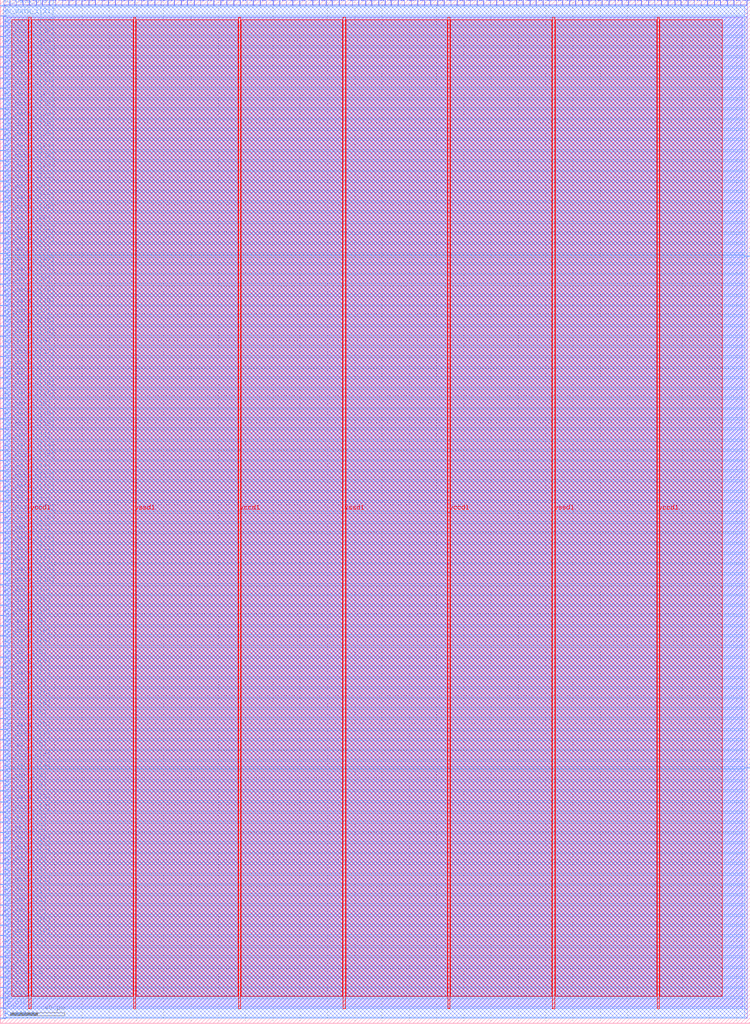
<source format=lef>
VERSION 5.7 ;
  NOWIREEXTENSIONATPIN ON ;
  DIVIDERCHAR "/" ;
  BUSBITCHARS "[]" ;
MACRO Peripherals
  CLASS BLOCK ;
  FOREIGN Peripherals ;
  ORIGIN 0.000 0.000 ;
  SIZE 550.000 BY 750.000 ;
  PIN io_in[0]
    DIRECTION INPUT ;
    USE SIGNAL ;
    PORT
      LAYER met2 ;
        RECT 2.390 746.000 2.670 750.000 ;
    END
  END io_in[0]
  PIN io_in[10]
    DIRECTION INPUT ;
    USE SIGNAL ;
    PORT
      LAYER met2 ;
        RECT 146.830 746.000 147.110 750.000 ;
    END
  END io_in[10]
  PIN io_in[11]
    DIRECTION INPUT ;
    USE SIGNAL ;
    PORT
      LAYER met2 ;
        RECT 161.550 746.000 161.830 750.000 ;
    END
  END io_in[11]
  PIN io_in[12]
    DIRECTION INPUT ;
    USE SIGNAL ;
    PORT
      LAYER met2 ;
        RECT 175.810 746.000 176.090 750.000 ;
    END
  END io_in[12]
  PIN io_in[13]
    DIRECTION INPUT ;
    USE SIGNAL ;
    PORT
      LAYER met2 ;
        RECT 190.530 746.000 190.810 750.000 ;
    END
  END io_in[13]
  PIN io_in[14]
    DIRECTION INPUT ;
    USE SIGNAL ;
    PORT
      LAYER met2 ;
        RECT 204.790 746.000 205.070 750.000 ;
    END
  END io_in[14]
  PIN io_in[15]
    DIRECTION INPUT ;
    USE SIGNAL ;
    PORT
      LAYER met2 ;
        RECT 219.510 746.000 219.790 750.000 ;
    END
  END io_in[15]
  PIN io_in[16]
    DIRECTION INPUT ;
    USE SIGNAL ;
    PORT
      LAYER met2 ;
        RECT 233.770 746.000 234.050 750.000 ;
    END
  END io_in[16]
  PIN io_in[17]
    DIRECTION INPUT ;
    USE SIGNAL ;
    PORT
      LAYER met2 ;
        RECT 248.490 746.000 248.770 750.000 ;
    END
  END io_in[17]
  PIN io_in[18]
    DIRECTION INPUT ;
    USE SIGNAL ;
    PORT
      LAYER met2 ;
        RECT 262.750 746.000 263.030 750.000 ;
    END
  END io_in[18]
  PIN io_in[19]
    DIRECTION INPUT ;
    USE SIGNAL ;
    PORT
      LAYER met2 ;
        RECT 277.470 746.000 277.750 750.000 ;
    END
  END io_in[19]
  PIN io_in[1]
    DIRECTION INPUT ;
    USE SIGNAL ;
    PORT
      LAYER met2 ;
        RECT 16.650 746.000 16.930 750.000 ;
    END
  END io_in[1]
  PIN io_in[20]
    DIRECTION INPUT ;
    USE SIGNAL ;
    PORT
      LAYER met2 ;
        RECT 291.730 746.000 292.010 750.000 ;
    END
  END io_in[20]
  PIN io_in[21]
    DIRECTION INPUT ;
    USE SIGNAL ;
    PORT
      LAYER met2 ;
        RECT 305.990 746.000 306.270 750.000 ;
    END
  END io_in[21]
  PIN io_in[22]
    DIRECTION INPUT ;
    USE SIGNAL ;
    PORT
      LAYER met2 ;
        RECT 320.710 746.000 320.990 750.000 ;
    END
  END io_in[22]
  PIN io_in[23]
    DIRECTION INPUT ;
    USE SIGNAL ;
    PORT
      LAYER met2 ;
        RECT 334.970 746.000 335.250 750.000 ;
    END
  END io_in[23]
  PIN io_in[24]
    DIRECTION INPUT ;
    USE SIGNAL ;
    PORT
      LAYER met2 ;
        RECT 349.690 746.000 349.970 750.000 ;
    END
  END io_in[24]
  PIN io_in[25]
    DIRECTION INPUT ;
    USE SIGNAL ;
    PORT
      LAYER met2 ;
        RECT 363.950 746.000 364.230 750.000 ;
    END
  END io_in[25]
  PIN io_in[26]
    DIRECTION INPUT ;
    USE SIGNAL ;
    PORT
      LAYER met2 ;
        RECT 378.670 746.000 378.950 750.000 ;
    END
  END io_in[26]
  PIN io_in[27]
    DIRECTION INPUT ;
    USE SIGNAL ;
    PORT
      LAYER met2 ;
        RECT 392.930 746.000 393.210 750.000 ;
    END
  END io_in[27]
  PIN io_in[28]
    DIRECTION INPUT ;
    USE SIGNAL ;
    PORT
      LAYER met2 ;
        RECT 407.650 746.000 407.930 750.000 ;
    END
  END io_in[28]
  PIN io_in[29]
    DIRECTION INPUT ;
    USE SIGNAL ;
    PORT
      LAYER met2 ;
        RECT 421.910 746.000 422.190 750.000 ;
    END
  END io_in[29]
  PIN io_in[2]
    DIRECTION INPUT ;
    USE SIGNAL ;
    PORT
      LAYER met2 ;
        RECT 30.910 746.000 31.190 750.000 ;
    END
  END io_in[2]
  PIN io_in[30]
    DIRECTION INPUT ;
    USE SIGNAL ;
    PORT
      LAYER met2 ;
        RECT 436.630 746.000 436.910 750.000 ;
    END
  END io_in[30]
  PIN io_in[31]
    DIRECTION INPUT ;
    USE SIGNAL ;
    PORT
      LAYER met2 ;
        RECT 450.890 746.000 451.170 750.000 ;
    END
  END io_in[31]
  PIN io_in[32]
    DIRECTION INPUT ;
    USE SIGNAL ;
    PORT
      LAYER met2 ;
        RECT 465.610 746.000 465.890 750.000 ;
    END
  END io_in[32]
  PIN io_in[33]
    DIRECTION INPUT ;
    USE SIGNAL ;
    PORT
      LAYER met2 ;
        RECT 479.870 746.000 480.150 750.000 ;
    END
  END io_in[33]
  PIN io_in[34]
    DIRECTION INPUT ;
    USE SIGNAL ;
    PORT
      LAYER met2 ;
        RECT 494.590 746.000 494.870 750.000 ;
    END
  END io_in[34]
  PIN io_in[35]
    DIRECTION INPUT ;
    USE SIGNAL ;
    PORT
      LAYER met2 ;
        RECT 508.850 746.000 509.130 750.000 ;
    END
  END io_in[35]
  PIN io_in[36]
    DIRECTION INPUT ;
    USE SIGNAL ;
    PORT
      LAYER met2 ;
        RECT 523.570 746.000 523.850 750.000 ;
    END
  END io_in[36]
  PIN io_in[37]
    DIRECTION INPUT ;
    USE SIGNAL ;
    PORT
      LAYER met2 ;
        RECT 537.830 746.000 538.110 750.000 ;
    END
  END io_in[37]
  PIN io_in[3]
    DIRECTION INPUT ;
    USE SIGNAL ;
    PORT
      LAYER met2 ;
        RECT 45.630 746.000 45.910 750.000 ;
    END
  END io_in[3]
  PIN io_in[4]
    DIRECTION INPUT ;
    USE SIGNAL ;
    PORT
      LAYER met2 ;
        RECT 59.890 746.000 60.170 750.000 ;
    END
  END io_in[4]
  PIN io_in[5]
    DIRECTION INPUT ;
    USE SIGNAL ;
    PORT
      LAYER met2 ;
        RECT 74.610 746.000 74.890 750.000 ;
    END
  END io_in[5]
  PIN io_in[6]
    DIRECTION INPUT ;
    USE SIGNAL ;
    PORT
      LAYER met2 ;
        RECT 88.870 746.000 89.150 750.000 ;
    END
  END io_in[6]
  PIN io_in[7]
    DIRECTION INPUT ;
    USE SIGNAL ;
    PORT
      LAYER met2 ;
        RECT 103.590 746.000 103.870 750.000 ;
    END
  END io_in[7]
  PIN io_in[8]
    DIRECTION INPUT ;
    USE SIGNAL ;
    PORT
      LAYER met2 ;
        RECT 117.850 746.000 118.130 750.000 ;
    END
  END io_in[8]
  PIN io_in[9]
    DIRECTION INPUT ;
    USE SIGNAL ;
    PORT
      LAYER met2 ;
        RECT 132.570 746.000 132.850 750.000 ;
    END
  END io_in[9]
  PIN io_oeb[0]
    DIRECTION OUTPUT TRISTATE ;
    USE SIGNAL ;
    PORT
      LAYER met2 ;
        RECT 6.990 746.000 7.270 750.000 ;
    END
  END io_oeb[0]
  PIN io_oeb[10]
    DIRECTION OUTPUT TRISTATE ;
    USE SIGNAL ;
    PORT
      LAYER met2 ;
        RECT 151.890 746.000 152.170 750.000 ;
    END
  END io_oeb[10]
  PIN io_oeb[11]
    DIRECTION OUTPUT TRISTATE ;
    USE SIGNAL ;
    PORT
      LAYER met2 ;
        RECT 166.150 746.000 166.430 750.000 ;
    END
  END io_oeb[11]
  PIN io_oeb[12]
    DIRECTION OUTPUT TRISTATE ;
    USE SIGNAL ;
    PORT
      LAYER met2 ;
        RECT 180.870 746.000 181.150 750.000 ;
    END
  END io_oeb[12]
  PIN io_oeb[13]
    DIRECTION OUTPUT TRISTATE ;
    USE SIGNAL ;
    PORT
      LAYER met2 ;
        RECT 195.130 746.000 195.410 750.000 ;
    END
  END io_oeb[13]
  PIN io_oeb[14]
    DIRECTION OUTPUT TRISTATE ;
    USE SIGNAL ;
    PORT
      LAYER met2 ;
        RECT 209.850 746.000 210.130 750.000 ;
    END
  END io_oeb[14]
  PIN io_oeb[15]
    DIRECTION OUTPUT TRISTATE ;
    USE SIGNAL ;
    PORT
      LAYER met2 ;
        RECT 224.110 746.000 224.390 750.000 ;
    END
  END io_oeb[15]
  PIN io_oeb[16]
    DIRECTION OUTPUT TRISTATE ;
    USE SIGNAL ;
    PORT
      LAYER met2 ;
        RECT 238.830 746.000 239.110 750.000 ;
    END
  END io_oeb[16]
  PIN io_oeb[17]
    DIRECTION OUTPUT TRISTATE ;
    USE SIGNAL ;
    PORT
      LAYER met2 ;
        RECT 253.090 746.000 253.370 750.000 ;
    END
  END io_oeb[17]
  PIN io_oeb[18]
    DIRECTION OUTPUT TRISTATE ;
    USE SIGNAL ;
    PORT
      LAYER met2 ;
        RECT 267.810 746.000 268.090 750.000 ;
    END
  END io_oeb[18]
  PIN io_oeb[19]
    DIRECTION OUTPUT TRISTATE ;
    USE SIGNAL ;
    PORT
      LAYER met2 ;
        RECT 282.070 746.000 282.350 750.000 ;
    END
  END io_oeb[19]
  PIN io_oeb[1]
    DIRECTION OUTPUT TRISTATE ;
    USE SIGNAL ;
    PORT
      LAYER met2 ;
        RECT 21.250 746.000 21.530 750.000 ;
    END
  END io_oeb[1]
  PIN io_oeb[20]
    DIRECTION OUTPUT TRISTATE ;
    USE SIGNAL ;
    PORT
      LAYER met2 ;
        RECT 296.330 746.000 296.610 750.000 ;
    END
  END io_oeb[20]
  PIN io_oeb[21]
    DIRECTION OUTPUT TRISTATE ;
    USE SIGNAL ;
    PORT
      LAYER met2 ;
        RECT 311.050 746.000 311.330 750.000 ;
    END
  END io_oeb[21]
  PIN io_oeb[22]
    DIRECTION OUTPUT TRISTATE ;
    USE SIGNAL ;
    PORT
      LAYER met2 ;
        RECT 325.310 746.000 325.590 750.000 ;
    END
  END io_oeb[22]
  PIN io_oeb[23]
    DIRECTION OUTPUT TRISTATE ;
    USE SIGNAL ;
    PORT
      LAYER met2 ;
        RECT 340.030 746.000 340.310 750.000 ;
    END
  END io_oeb[23]
  PIN io_oeb[24]
    DIRECTION OUTPUT TRISTATE ;
    USE SIGNAL ;
    PORT
      LAYER met2 ;
        RECT 354.290 746.000 354.570 750.000 ;
    END
  END io_oeb[24]
  PIN io_oeb[25]
    DIRECTION OUTPUT TRISTATE ;
    USE SIGNAL ;
    PORT
      LAYER met2 ;
        RECT 369.010 746.000 369.290 750.000 ;
    END
  END io_oeb[25]
  PIN io_oeb[26]
    DIRECTION OUTPUT TRISTATE ;
    USE SIGNAL ;
    PORT
      LAYER met2 ;
        RECT 383.270 746.000 383.550 750.000 ;
    END
  END io_oeb[26]
  PIN io_oeb[27]
    DIRECTION OUTPUT TRISTATE ;
    USE SIGNAL ;
    PORT
      LAYER met2 ;
        RECT 397.990 746.000 398.270 750.000 ;
    END
  END io_oeb[27]
  PIN io_oeb[28]
    DIRECTION OUTPUT TRISTATE ;
    USE SIGNAL ;
    PORT
      LAYER met2 ;
        RECT 412.250 746.000 412.530 750.000 ;
    END
  END io_oeb[28]
  PIN io_oeb[29]
    DIRECTION OUTPUT TRISTATE ;
    USE SIGNAL ;
    PORT
      LAYER met2 ;
        RECT 426.970 746.000 427.250 750.000 ;
    END
  END io_oeb[29]
  PIN io_oeb[2]
    DIRECTION OUTPUT TRISTATE ;
    USE SIGNAL ;
    PORT
      LAYER met2 ;
        RECT 35.970 746.000 36.250 750.000 ;
    END
  END io_oeb[2]
  PIN io_oeb[30]
    DIRECTION OUTPUT TRISTATE ;
    USE SIGNAL ;
    PORT
      LAYER met2 ;
        RECT 441.230 746.000 441.510 750.000 ;
    END
  END io_oeb[30]
  PIN io_oeb[31]
    DIRECTION OUTPUT TRISTATE ;
    USE SIGNAL ;
    PORT
      LAYER met2 ;
        RECT 455.950 746.000 456.230 750.000 ;
    END
  END io_oeb[31]
  PIN io_oeb[32]
    DIRECTION OUTPUT TRISTATE ;
    USE SIGNAL ;
    PORT
      LAYER met2 ;
        RECT 470.210 746.000 470.490 750.000 ;
    END
  END io_oeb[32]
  PIN io_oeb[33]
    DIRECTION OUTPUT TRISTATE ;
    USE SIGNAL ;
    PORT
      LAYER met2 ;
        RECT 484.930 746.000 485.210 750.000 ;
    END
  END io_oeb[33]
  PIN io_oeb[34]
    DIRECTION OUTPUT TRISTATE ;
    USE SIGNAL ;
    PORT
      LAYER met2 ;
        RECT 499.190 746.000 499.470 750.000 ;
    END
  END io_oeb[34]
  PIN io_oeb[35]
    DIRECTION OUTPUT TRISTATE ;
    USE SIGNAL ;
    PORT
      LAYER met2 ;
        RECT 513.910 746.000 514.190 750.000 ;
    END
  END io_oeb[35]
  PIN io_oeb[36]
    DIRECTION OUTPUT TRISTATE ;
    USE SIGNAL ;
    PORT
      LAYER met2 ;
        RECT 528.170 746.000 528.450 750.000 ;
    END
  END io_oeb[36]
  PIN io_oeb[37]
    DIRECTION OUTPUT TRISTATE ;
    USE SIGNAL ;
    PORT
      LAYER met2 ;
        RECT 542.890 746.000 543.170 750.000 ;
    END
  END io_oeb[37]
  PIN io_oeb[3]
    DIRECTION OUTPUT TRISTATE ;
    USE SIGNAL ;
    PORT
      LAYER met2 ;
        RECT 50.230 746.000 50.510 750.000 ;
    END
  END io_oeb[3]
  PIN io_oeb[4]
    DIRECTION OUTPUT TRISTATE ;
    USE SIGNAL ;
    PORT
      LAYER met2 ;
        RECT 64.950 746.000 65.230 750.000 ;
    END
  END io_oeb[4]
  PIN io_oeb[5]
    DIRECTION OUTPUT TRISTATE ;
    USE SIGNAL ;
    PORT
      LAYER met2 ;
        RECT 79.210 746.000 79.490 750.000 ;
    END
  END io_oeb[5]
  PIN io_oeb[6]
    DIRECTION OUTPUT TRISTATE ;
    USE SIGNAL ;
    PORT
      LAYER met2 ;
        RECT 93.930 746.000 94.210 750.000 ;
    END
  END io_oeb[6]
  PIN io_oeb[7]
    DIRECTION OUTPUT TRISTATE ;
    USE SIGNAL ;
    PORT
      LAYER met2 ;
        RECT 108.190 746.000 108.470 750.000 ;
    END
  END io_oeb[7]
  PIN io_oeb[8]
    DIRECTION OUTPUT TRISTATE ;
    USE SIGNAL ;
    PORT
      LAYER met2 ;
        RECT 122.910 746.000 123.190 750.000 ;
    END
  END io_oeb[8]
  PIN io_oeb[9]
    DIRECTION OUTPUT TRISTATE ;
    USE SIGNAL ;
    PORT
      LAYER met2 ;
        RECT 137.170 746.000 137.450 750.000 ;
    END
  END io_oeb[9]
  PIN io_out[0]
    DIRECTION OUTPUT TRISTATE ;
    USE SIGNAL ;
    PORT
      LAYER met2 ;
        RECT 11.590 746.000 11.870 750.000 ;
    END
  END io_out[0]
  PIN io_out[10]
    DIRECTION OUTPUT TRISTATE ;
    USE SIGNAL ;
    PORT
      LAYER met2 ;
        RECT 156.490 746.000 156.770 750.000 ;
    END
  END io_out[10]
  PIN io_out[11]
    DIRECTION OUTPUT TRISTATE ;
    USE SIGNAL ;
    PORT
      LAYER met2 ;
        RECT 171.210 746.000 171.490 750.000 ;
    END
  END io_out[11]
  PIN io_out[12]
    DIRECTION OUTPUT TRISTATE ;
    USE SIGNAL ;
    PORT
      LAYER met2 ;
        RECT 185.470 746.000 185.750 750.000 ;
    END
  END io_out[12]
  PIN io_out[13]
    DIRECTION OUTPUT TRISTATE ;
    USE SIGNAL ;
    PORT
      LAYER met2 ;
        RECT 200.190 746.000 200.470 750.000 ;
    END
  END io_out[13]
  PIN io_out[14]
    DIRECTION OUTPUT TRISTATE ;
    USE SIGNAL ;
    PORT
      LAYER met2 ;
        RECT 214.450 746.000 214.730 750.000 ;
    END
  END io_out[14]
  PIN io_out[15]
    DIRECTION OUTPUT TRISTATE ;
    USE SIGNAL ;
    PORT
      LAYER met2 ;
        RECT 229.170 746.000 229.450 750.000 ;
    END
  END io_out[15]
  PIN io_out[16]
    DIRECTION OUTPUT TRISTATE ;
    USE SIGNAL ;
    PORT
      LAYER met2 ;
        RECT 243.430 746.000 243.710 750.000 ;
    END
  END io_out[16]
  PIN io_out[17]
    DIRECTION OUTPUT TRISTATE ;
    USE SIGNAL ;
    PORT
      LAYER met2 ;
        RECT 258.150 746.000 258.430 750.000 ;
    END
  END io_out[17]
  PIN io_out[18]
    DIRECTION OUTPUT TRISTATE ;
    USE SIGNAL ;
    PORT
      LAYER met2 ;
        RECT 272.410 746.000 272.690 750.000 ;
    END
  END io_out[18]
  PIN io_out[19]
    DIRECTION OUTPUT TRISTATE ;
    USE SIGNAL ;
    PORT
      LAYER met2 ;
        RECT 286.670 746.000 286.950 750.000 ;
    END
  END io_out[19]
  PIN io_out[1]
    DIRECTION OUTPUT TRISTATE ;
    USE SIGNAL ;
    PORT
      LAYER met2 ;
        RECT 26.310 746.000 26.590 750.000 ;
    END
  END io_out[1]
  PIN io_out[20]
    DIRECTION OUTPUT TRISTATE ;
    USE SIGNAL ;
    PORT
      LAYER met2 ;
        RECT 301.390 746.000 301.670 750.000 ;
    END
  END io_out[20]
  PIN io_out[21]
    DIRECTION OUTPUT TRISTATE ;
    USE SIGNAL ;
    PORT
      LAYER met2 ;
        RECT 315.650 746.000 315.930 750.000 ;
    END
  END io_out[21]
  PIN io_out[22]
    DIRECTION OUTPUT TRISTATE ;
    USE SIGNAL ;
    PORT
      LAYER met2 ;
        RECT 330.370 746.000 330.650 750.000 ;
    END
  END io_out[22]
  PIN io_out[23]
    DIRECTION OUTPUT TRISTATE ;
    USE SIGNAL ;
    PORT
      LAYER met2 ;
        RECT 344.630 746.000 344.910 750.000 ;
    END
  END io_out[23]
  PIN io_out[24]
    DIRECTION OUTPUT TRISTATE ;
    USE SIGNAL ;
    PORT
      LAYER met2 ;
        RECT 359.350 746.000 359.630 750.000 ;
    END
  END io_out[24]
  PIN io_out[25]
    DIRECTION OUTPUT TRISTATE ;
    USE SIGNAL ;
    PORT
      LAYER met2 ;
        RECT 373.610 746.000 373.890 750.000 ;
    END
  END io_out[25]
  PIN io_out[26]
    DIRECTION OUTPUT TRISTATE ;
    USE SIGNAL ;
    PORT
      LAYER met2 ;
        RECT 388.330 746.000 388.610 750.000 ;
    END
  END io_out[26]
  PIN io_out[27]
    DIRECTION OUTPUT TRISTATE ;
    USE SIGNAL ;
    PORT
      LAYER met2 ;
        RECT 402.590 746.000 402.870 750.000 ;
    END
  END io_out[27]
  PIN io_out[28]
    DIRECTION OUTPUT TRISTATE ;
    USE SIGNAL ;
    PORT
      LAYER met2 ;
        RECT 417.310 746.000 417.590 750.000 ;
    END
  END io_out[28]
  PIN io_out[29]
    DIRECTION OUTPUT TRISTATE ;
    USE SIGNAL ;
    PORT
      LAYER met2 ;
        RECT 431.570 746.000 431.850 750.000 ;
    END
  END io_out[29]
  PIN io_out[2]
    DIRECTION OUTPUT TRISTATE ;
    USE SIGNAL ;
    PORT
      LAYER met2 ;
        RECT 40.570 746.000 40.850 750.000 ;
    END
  END io_out[2]
  PIN io_out[30]
    DIRECTION OUTPUT TRISTATE ;
    USE SIGNAL ;
    PORT
      LAYER met2 ;
        RECT 446.290 746.000 446.570 750.000 ;
    END
  END io_out[30]
  PIN io_out[31]
    DIRECTION OUTPUT TRISTATE ;
    USE SIGNAL ;
    PORT
      LAYER met2 ;
        RECT 460.550 746.000 460.830 750.000 ;
    END
  END io_out[31]
  PIN io_out[32]
    DIRECTION OUTPUT TRISTATE ;
    USE SIGNAL ;
    PORT
      LAYER met2 ;
        RECT 475.270 746.000 475.550 750.000 ;
    END
  END io_out[32]
  PIN io_out[33]
    DIRECTION OUTPUT TRISTATE ;
    USE SIGNAL ;
    PORT
      LAYER met2 ;
        RECT 489.530 746.000 489.810 750.000 ;
    END
  END io_out[33]
  PIN io_out[34]
    DIRECTION OUTPUT TRISTATE ;
    USE SIGNAL ;
    PORT
      LAYER met2 ;
        RECT 504.250 746.000 504.530 750.000 ;
    END
  END io_out[34]
  PIN io_out[35]
    DIRECTION OUTPUT TRISTATE ;
    USE SIGNAL ;
    PORT
      LAYER met2 ;
        RECT 518.510 746.000 518.790 750.000 ;
    END
  END io_out[35]
  PIN io_out[36]
    DIRECTION OUTPUT TRISTATE ;
    USE SIGNAL ;
    PORT
      LAYER met2 ;
        RECT 533.230 746.000 533.510 750.000 ;
    END
  END io_out[36]
  PIN io_out[37]
    DIRECTION OUTPUT TRISTATE ;
    USE SIGNAL ;
    PORT
      LAYER met2 ;
        RECT 547.490 746.000 547.770 750.000 ;
    END
  END io_out[37]
  PIN io_out[3]
    DIRECTION OUTPUT TRISTATE ;
    USE SIGNAL ;
    PORT
      LAYER met2 ;
        RECT 55.290 746.000 55.570 750.000 ;
    END
  END io_out[3]
  PIN io_out[4]
    DIRECTION OUTPUT TRISTATE ;
    USE SIGNAL ;
    PORT
      LAYER met2 ;
        RECT 69.550 746.000 69.830 750.000 ;
    END
  END io_out[4]
  PIN io_out[5]
    DIRECTION OUTPUT TRISTATE ;
    USE SIGNAL ;
    PORT
      LAYER met2 ;
        RECT 84.270 746.000 84.550 750.000 ;
    END
  END io_out[5]
  PIN io_out[6]
    DIRECTION OUTPUT TRISTATE ;
    USE SIGNAL ;
    PORT
      LAYER met2 ;
        RECT 98.530 746.000 98.810 750.000 ;
    END
  END io_out[6]
  PIN io_out[7]
    DIRECTION OUTPUT TRISTATE ;
    USE SIGNAL ;
    PORT
      LAYER met2 ;
        RECT 113.250 746.000 113.530 750.000 ;
    END
  END io_out[7]
  PIN io_out[8]
    DIRECTION OUTPUT TRISTATE ;
    USE SIGNAL ;
    PORT
      LAYER met2 ;
        RECT 127.510 746.000 127.790 750.000 ;
    END
  END io_out[8]
  PIN io_out[9]
    DIRECTION OUTPUT TRISTATE ;
    USE SIGNAL ;
    PORT
      LAYER met2 ;
        RECT 142.230 746.000 142.510 750.000 ;
    END
  END io_out[9]
  PIN la_blink[0]
    DIRECTION OUTPUT TRISTATE ;
    USE SIGNAL ;
    PORT
      LAYER met3 ;
        RECT 546.000 187.040 550.000 187.640 ;
    END
  END la_blink[0]
  PIN la_blink[1]
    DIRECTION OUTPUT TRISTATE ;
    USE SIGNAL ;
    PORT
      LAYER met3 ;
        RECT 546.000 561.720 550.000 562.320 ;
    END
  END la_blink[1]
  PIN vccd1
    DIRECTION INPUT ;
    USE POWER ;
    PORT
      LAYER met4 ;
        RECT 21.040 10.640 22.640 737.360 ;
    END
    PORT
      LAYER met4 ;
        RECT 174.640 10.640 176.240 737.360 ;
    END
    PORT
      LAYER met4 ;
        RECT 328.240 10.640 329.840 737.360 ;
    END
    PORT
      LAYER met4 ;
        RECT 481.840 10.640 483.440 737.360 ;
    END
  END vccd1
  PIN vssd1
    DIRECTION INPUT ;
    USE GROUND ;
    PORT
      LAYER met4 ;
        RECT 97.840 10.640 99.440 737.360 ;
    END
    PORT
      LAYER met4 ;
        RECT 251.440 10.640 253.040 737.360 ;
    END
    PORT
      LAYER met4 ;
        RECT 405.040 10.640 406.640 737.360 ;
    END
  END vssd1
  PIN wb_ack_o
    DIRECTION OUTPUT TRISTATE ;
    USE SIGNAL ;
    PORT
      LAYER met3 ;
        RECT 0.000 3.440 4.000 4.040 ;
    END
  END wb_ack_o
  PIN wb_adr_i[0]
    DIRECTION INPUT ;
    USE SIGNAL ;
    PORT
      LAYER met3 ;
        RECT 0.000 55.800 4.000 56.400 ;
    END
  END wb_adr_i[0]
  PIN wb_adr_i[10]
    DIRECTION INPUT ;
    USE SIGNAL ;
    PORT
      LAYER met3 ;
        RECT 0.000 313.520 4.000 314.120 ;
    END
  END wb_adr_i[10]
  PIN wb_adr_i[11]
    DIRECTION INPUT ;
    USE SIGNAL ;
    PORT
      LAYER met3 ;
        RECT 0.000 336.640 4.000 337.240 ;
    END
  END wb_adr_i[11]
  PIN wb_adr_i[12]
    DIRECTION INPUT ;
    USE SIGNAL ;
    PORT
      LAYER met3 ;
        RECT 0.000 359.080 4.000 359.680 ;
    END
  END wb_adr_i[12]
  PIN wb_adr_i[13]
    DIRECTION INPUT ;
    USE SIGNAL ;
    PORT
      LAYER met3 ;
        RECT 0.000 382.200 4.000 382.800 ;
    END
  END wb_adr_i[13]
  PIN wb_adr_i[14]
    DIRECTION INPUT ;
    USE SIGNAL ;
    PORT
      LAYER met3 ;
        RECT 0.000 404.640 4.000 405.240 ;
    END
  END wb_adr_i[14]
  PIN wb_adr_i[15]
    DIRECTION INPUT ;
    USE SIGNAL ;
    PORT
      LAYER met3 ;
        RECT 0.000 427.080 4.000 427.680 ;
    END
  END wb_adr_i[15]
  PIN wb_adr_i[16]
    DIRECTION INPUT ;
    USE SIGNAL ;
    PORT
      LAYER met3 ;
        RECT 0.000 450.200 4.000 450.800 ;
    END
  END wb_adr_i[16]
  PIN wb_adr_i[17]
    DIRECTION INPUT ;
    USE SIGNAL ;
    PORT
      LAYER met3 ;
        RECT 0.000 472.640 4.000 473.240 ;
    END
  END wb_adr_i[17]
  PIN wb_adr_i[18]
    DIRECTION INPUT ;
    USE SIGNAL ;
    PORT
      LAYER met3 ;
        RECT 0.000 495.760 4.000 496.360 ;
    END
  END wb_adr_i[18]
  PIN wb_adr_i[19]
    DIRECTION INPUT ;
    USE SIGNAL ;
    PORT
      LAYER met3 ;
        RECT 0.000 518.200 4.000 518.800 ;
    END
  END wb_adr_i[19]
  PIN wb_adr_i[1]
    DIRECTION INPUT ;
    USE SIGNAL ;
    PORT
      LAYER met3 ;
        RECT 0.000 86.400 4.000 87.000 ;
    END
  END wb_adr_i[1]
  PIN wb_adr_i[20]
    DIRECTION INPUT ;
    USE SIGNAL ;
    PORT
      LAYER met3 ;
        RECT 0.000 541.320 4.000 541.920 ;
    END
  END wb_adr_i[20]
  PIN wb_adr_i[21]
    DIRECTION INPUT ;
    USE SIGNAL ;
    PORT
      LAYER met3 ;
        RECT 0.000 563.760 4.000 564.360 ;
    END
  END wb_adr_i[21]
  PIN wb_adr_i[22]
    DIRECTION INPUT ;
    USE SIGNAL ;
    PORT
      LAYER met3 ;
        RECT 0.000 586.200 4.000 586.800 ;
    END
  END wb_adr_i[22]
  PIN wb_adr_i[23]
    DIRECTION INPUT ;
    USE SIGNAL ;
    PORT
      LAYER met3 ;
        RECT 0.000 609.320 4.000 609.920 ;
    END
  END wb_adr_i[23]
  PIN wb_adr_i[2]
    DIRECTION INPUT ;
    USE SIGNAL ;
    PORT
      LAYER met3 ;
        RECT 0.000 117.000 4.000 117.600 ;
    END
  END wb_adr_i[2]
  PIN wb_adr_i[3]
    DIRECTION INPUT ;
    USE SIGNAL ;
    PORT
      LAYER met3 ;
        RECT 0.000 146.920 4.000 147.520 ;
    END
  END wb_adr_i[3]
  PIN wb_adr_i[4]
    DIRECTION INPUT ;
    USE SIGNAL ;
    PORT
      LAYER met3 ;
        RECT 0.000 177.520 4.000 178.120 ;
    END
  END wb_adr_i[4]
  PIN wb_adr_i[5]
    DIRECTION INPUT ;
    USE SIGNAL ;
    PORT
      LAYER met3 ;
        RECT 0.000 199.960 4.000 200.560 ;
    END
  END wb_adr_i[5]
  PIN wb_adr_i[6]
    DIRECTION INPUT ;
    USE SIGNAL ;
    PORT
      LAYER met3 ;
        RECT 0.000 223.080 4.000 223.680 ;
    END
  END wb_adr_i[6]
  PIN wb_adr_i[7]
    DIRECTION INPUT ;
    USE SIGNAL ;
    PORT
      LAYER met3 ;
        RECT 0.000 245.520 4.000 246.120 ;
    END
  END wb_adr_i[7]
  PIN wb_adr_i[8]
    DIRECTION INPUT ;
    USE SIGNAL ;
    PORT
      LAYER met3 ;
        RECT 0.000 267.960 4.000 268.560 ;
    END
  END wb_adr_i[8]
  PIN wb_adr_i[9]
    DIRECTION INPUT ;
    USE SIGNAL ;
    PORT
      LAYER met3 ;
        RECT 0.000 291.080 4.000 291.680 ;
    END
  END wb_adr_i[9]
  PIN wb_clk_i
    DIRECTION INPUT ;
    USE SIGNAL ;
    PORT
      LAYER met3 ;
        RECT 0.000 10.920 4.000 11.520 ;
    END
  END wb_clk_i
  PIN wb_cyc_i
    DIRECTION INPUT ;
    USE SIGNAL ;
    PORT
      LAYER met3 ;
        RECT 0.000 18.400 4.000 19.000 ;
    END
  END wb_cyc_i
  PIN wb_data_i[0]
    DIRECTION INPUT ;
    USE SIGNAL ;
    PORT
      LAYER met3 ;
        RECT 0.000 63.960 4.000 64.560 ;
    END
  END wb_data_i[0]
  PIN wb_data_i[10]
    DIRECTION INPUT ;
    USE SIGNAL ;
    PORT
      LAYER met3 ;
        RECT 0.000 321.000 4.000 321.600 ;
    END
  END wb_data_i[10]
  PIN wb_data_i[11]
    DIRECTION INPUT ;
    USE SIGNAL ;
    PORT
      LAYER met3 ;
        RECT 0.000 344.120 4.000 344.720 ;
    END
  END wb_data_i[11]
  PIN wb_data_i[12]
    DIRECTION INPUT ;
    USE SIGNAL ;
    PORT
      LAYER met3 ;
        RECT 0.000 366.560 4.000 367.160 ;
    END
  END wb_data_i[12]
  PIN wb_data_i[13]
    DIRECTION INPUT ;
    USE SIGNAL ;
    PORT
      LAYER met3 ;
        RECT 0.000 389.680 4.000 390.280 ;
    END
  END wb_data_i[13]
  PIN wb_data_i[14]
    DIRECTION INPUT ;
    USE SIGNAL ;
    PORT
      LAYER met3 ;
        RECT 0.000 412.120 4.000 412.720 ;
    END
  END wb_data_i[14]
  PIN wb_data_i[15]
    DIRECTION INPUT ;
    USE SIGNAL ;
    PORT
      LAYER met3 ;
        RECT 0.000 435.240 4.000 435.840 ;
    END
  END wb_data_i[15]
  PIN wb_data_i[16]
    DIRECTION INPUT ;
    USE SIGNAL ;
    PORT
      LAYER met3 ;
        RECT 0.000 457.680 4.000 458.280 ;
    END
  END wb_data_i[16]
  PIN wb_data_i[17]
    DIRECTION INPUT ;
    USE SIGNAL ;
    PORT
      LAYER met3 ;
        RECT 0.000 480.120 4.000 480.720 ;
    END
  END wb_data_i[17]
  PIN wb_data_i[18]
    DIRECTION INPUT ;
    USE SIGNAL ;
    PORT
      LAYER met3 ;
        RECT 0.000 503.240 4.000 503.840 ;
    END
  END wb_data_i[18]
  PIN wb_data_i[19]
    DIRECTION INPUT ;
    USE SIGNAL ;
    PORT
      LAYER met3 ;
        RECT 0.000 525.680 4.000 526.280 ;
    END
  END wb_data_i[19]
  PIN wb_data_i[1]
    DIRECTION INPUT ;
    USE SIGNAL ;
    PORT
      LAYER met3 ;
        RECT 0.000 93.880 4.000 94.480 ;
    END
  END wb_data_i[1]
  PIN wb_data_i[20]
    DIRECTION INPUT ;
    USE SIGNAL ;
    PORT
      LAYER met3 ;
        RECT 0.000 548.800 4.000 549.400 ;
    END
  END wb_data_i[20]
  PIN wb_data_i[21]
    DIRECTION INPUT ;
    USE SIGNAL ;
    PORT
      LAYER met3 ;
        RECT 0.000 571.240 4.000 571.840 ;
    END
  END wb_data_i[21]
  PIN wb_data_i[22]
    DIRECTION INPUT ;
    USE SIGNAL ;
    PORT
      LAYER met3 ;
        RECT 0.000 594.360 4.000 594.960 ;
    END
  END wb_data_i[22]
  PIN wb_data_i[23]
    DIRECTION INPUT ;
    USE SIGNAL ;
    PORT
      LAYER met3 ;
        RECT 0.000 616.800 4.000 617.400 ;
    END
  END wb_data_i[23]
  PIN wb_data_i[24]
    DIRECTION INPUT ;
    USE SIGNAL ;
    PORT
      LAYER met3 ;
        RECT 0.000 631.760 4.000 632.360 ;
    END
  END wb_data_i[24]
  PIN wb_data_i[25]
    DIRECTION INPUT ;
    USE SIGNAL ;
    PORT
      LAYER met3 ;
        RECT 0.000 647.400 4.000 648.000 ;
    END
  END wb_data_i[25]
  PIN wb_data_i[26]
    DIRECTION INPUT ;
    USE SIGNAL ;
    PORT
      LAYER met3 ;
        RECT 0.000 662.360 4.000 662.960 ;
    END
  END wb_data_i[26]
  PIN wb_data_i[27]
    DIRECTION INPUT ;
    USE SIGNAL ;
    PORT
      LAYER met3 ;
        RECT 0.000 677.320 4.000 677.920 ;
    END
  END wb_data_i[27]
  PIN wb_data_i[28]
    DIRECTION INPUT ;
    USE SIGNAL ;
    PORT
      LAYER met3 ;
        RECT 0.000 692.280 4.000 692.880 ;
    END
  END wb_data_i[28]
  PIN wb_data_i[29]
    DIRECTION INPUT ;
    USE SIGNAL ;
    PORT
      LAYER met3 ;
        RECT 0.000 707.920 4.000 708.520 ;
    END
  END wb_data_i[29]
  PIN wb_data_i[2]
    DIRECTION INPUT ;
    USE SIGNAL ;
    PORT
      LAYER met3 ;
        RECT 0.000 124.480 4.000 125.080 ;
    END
  END wb_data_i[2]
  PIN wb_data_i[30]
    DIRECTION INPUT ;
    USE SIGNAL ;
    PORT
      LAYER met3 ;
        RECT 0.000 722.880 4.000 723.480 ;
    END
  END wb_data_i[30]
  PIN wb_data_i[31]
    DIRECTION INPUT ;
    USE SIGNAL ;
    PORT
      LAYER met3 ;
        RECT 0.000 737.840 4.000 738.440 ;
    END
  END wb_data_i[31]
  PIN wb_data_i[3]
    DIRECTION INPUT ;
    USE SIGNAL ;
    PORT
      LAYER met3 ;
        RECT 0.000 154.400 4.000 155.000 ;
    END
  END wb_data_i[3]
  PIN wb_data_i[4]
    DIRECTION INPUT ;
    USE SIGNAL ;
    PORT
      LAYER met3 ;
        RECT 0.000 185.000 4.000 185.600 ;
    END
  END wb_data_i[4]
  PIN wb_data_i[5]
    DIRECTION INPUT ;
    USE SIGNAL ;
    PORT
      LAYER met3 ;
        RECT 0.000 207.440 4.000 208.040 ;
    END
  END wb_data_i[5]
  PIN wb_data_i[6]
    DIRECTION INPUT ;
    USE SIGNAL ;
    PORT
      LAYER met3 ;
        RECT 0.000 230.560 4.000 231.160 ;
    END
  END wb_data_i[6]
  PIN wb_data_i[7]
    DIRECTION INPUT ;
    USE SIGNAL ;
    PORT
      LAYER met3 ;
        RECT 0.000 253.000 4.000 253.600 ;
    END
  END wb_data_i[7]
  PIN wb_data_i[8]
    DIRECTION INPUT ;
    USE SIGNAL ;
    PORT
      LAYER met3 ;
        RECT 0.000 276.120 4.000 276.720 ;
    END
  END wb_data_i[8]
  PIN wb_data_i[9]
    DIRECTION INPUT ;
    USE SIGNAL ;
    PORT
      LAYER met3 ;
        RECT 0.000 298.560 4.000 299.160 ;
    END
  END wb_data_i[9]
  PIN wb_data_o[0]
    DIRECTION OUTPUT TRISTATE ;
    USE SIGNAL ;
    PORT
      LAYER met3 ;
        RECT 0.000 71.440 4.000 72.040 ;
    END
  END wb_data_o[0]
  PIN wb_data_o[10]
    DIRECTION OUTPUT TRISTATE ;
    USE SIGNAL ;
    PORT
      LAYER met3 ;
        RECT 0.000 329.160 4.000 329.760 ;
    END
  END wb_data_o[10]
  PIN wb_data_o[11]
    DIRECTION OUTPUT TRISTATE ;
    USE SIGNAL ;
    PORT
      LAYER met3 ;
        RECT 0.000 351.600 4.000 352.200 ;
    END
  END wb_data_o[11]
  PIN wb_data_o[12]
    DIRECTION OUTPUT TRISTATE ;
    USE SIGNAL ;
    PORT
      LAYER met3 ;
        RECT 0.000 374.040 4.000 374.640 ;
    END
  END wb_data_o[12]
  PIN wb_data_o[13]
    DIRECTION OUTPUT TRISTATE ;
    USE SIGNAL ;
    PORT
      LAYER met3 ;
        RECT 0.000 397.160 4.000 397.760 ;
    END
  END wb_data_o[13]
  PIN wb_data_o[14]
    DIRECTION OUTPUT TRISTATE ;
    USE SIGNAL ;
    PORT
      LAYER met3 ;
        RECT 0.000 419.600 4.000 420.200 ;
    END
  END wb_data_o[14]
  PIN wb_data_o[15]
    DIRECTION OUTPUT TRISTATE ;
    USE SIGNAL ;
    PORT
      LAYER met3 ;
        RECT 0.000 442.720 4.000 443.320 ;
    END
  END wb_data_o[15]
  PIN wb_data_o[16]
    DIRECTION OUTPUT TRISTATE ;
    USE SIGNAL ;
    PORT
      LAYER met3 ;
        RECT 0.000 465.160 4.000 465.760 ;
    END
  END wb_data_o[16]
  PIN wb_data_o[17]
    DIRECTION OUTPUT TRISTATE ;
    USE SIGNAL ;
    PORT
      LAYER met3 ;
        RECT 0.000 488.280 4.000 488.880 ;
    END
  END wb_data_o[17]
  PIN wb_data_o[18]
    DIRECTION OUTPUT TRISTATE ;
    USE SIGNAL ;
    PORT
      LAYER met3 ;
        RECT 0.000 510.720 4.000 511.320 ;
    END
  END wb_data_o[18]
  PIN wb_data_o[19]
    DIRECTION OUTPUT TRISTATE ;
    USE SIGNAL ;
    PORT
      LAYER met3 ;
        RECT 0.000 533.160 4.000 533.760 ;
    END
  END wb_data_o[19]
  PIN wb_data_o[1]
    DIRECTION OUTPUT TRISTATE ;
    USE SIGNAL ;
    PORT
      LAYER met3 ;
        RECT 0.000 101.360 4.000 101.960 ;
    END
  END wb_data_o[1]
  PIN wb_data_o[20]
    DIRECTION OUTPUT TRISTATE ;
    USE SIGNAL ;
    PORT
      LAYER met3 ;
        RECT 0.000 556.280 4.000 556.880 ;
    END
  END wb_data_o[20]
  PIN wb_data_o[21]
    DIRECTION OUTPUT TRISTATE ;
    USE SIGNAL ;
    PORT
      LAYER met3 ;
        RECT 0.000 578.720 4.000 579.320 ;
    END
  END wb_data_o[21]
  PIN wb_data_o[22]
    DIRECTION OUTPUT TRISTATE ;
    USE SIGNAL ;
    PORT
      LAYER met3 ;
        RECT 0.000 601.840 4.000 602.440 ;
    END
  END wb_data_o[22]
  PIN wb_data_o[23]
    DIRECTION OUTPUT TRISTATE ;
    USE SIGNAL ;
    PORT
      LAYER met3 ;
        RECT 0.000 624.280 4.000 624.880 ;
    END
  END wb_data_o[23]
  PIN wb_data_o[24]
    DIRECTION OUTPUT TRISTATE ;
    USE SIGNAL ;
    PORT
      LAYER met3 ;
        RECT 0.000 639.240 4.000 639.840 ;
    END
  END wb_data_o[24]
  PIN wb_data_o[25]
    DIRECTION OUTPUT TRISTATE ;
    USE SIGNAL ;
    PORT
      LAYER met3 ;
        RECT 0.000 654.880 4.000 655.480 ;
    END
  END wb_data_o[25]
  PIN wb_data_o[26]
    DIRECTION OUTPUT TRISTATE ;
    USE SIGNAL ;
    PORT
      LAYER met3 ;
        RECT 0.000 669.840 4.000 670.440 ;
    END
  END wb_data_o[26]
  PIN wb_data_o[27]
    DIRECTION OUTPUT TRISTATE ;
    USE SIGNAL ;
    PORT
      LAYER met3 ;
        RECT 0.000 684.800 4.000 685.400 ;
    END
  END wb_data_o[27]
  PIN wb_data_o[28]
    DIRECTION OUTPUT TRISTATE ;
    USE SIGNAL ;
    PORT
      LAYER met3 ;
        RECT 0.000 700.440 4.000 701.040 ;
    END
  END wb_data_o[28]
  PIN wb_data_o[29]
    DIRECTION OUTPUT TRISTATE ;
    USE SIGNAL ;
    PORT
      LAYER met3 ;
        RECT 0.000 715.400 4.000 716.000 ;
    END
  END wb_data_o[29]
  PIN wb_data_o[2]
    DIRECTION OUTPUT TRISTATE ;
    USE SIGNAL ;
    PORT
      LAYER met3 ;
        RECT 0.000 131.960 4.000 132.560 ;
    END
  END wb_data_o[2]
  PIN wb_data_o[30]
    DIRECTION OUTPUT TRISTATE ;
    USE SIGNAL ;
    PORT
      LAYER met3 ;
        RECT 0.000 730.360 4.000 730.960 ;
    END
  END wb_data_o[30]
  PIN wb_data_o[31]
    DIRECTION OUTPUT TRISTATE ;
    USE SIGNAL ;
    PORT
      LAYER met3 ;
        RECT 0.000 745.320 4.000 745.920 ;
    END
  END wb_data_o[31]
  PIN wb_data_o[3]
    DIRECTION OUTPUT TRISTATE ;
    USE SIGNAL ;
    PORT
      LAYER met3 ;
        RECT 0.000 161.880 4.000 162.480 ;
    END
  END wb_data_o[3]
  PIN wb_data_o[4]
    DIRECTION OUTPUT TRISTATE ;
    USE SIGNAL ;
    PORT
      LAYER met3 ;
        RECT 0.000 192.480 4.000 193.080 ;
    END
  END wb_data_o[4]
  PIN wb_data_o[5]
    DIRECTION OUTPUT TRISTATE ;
    USE SIGNAL ;
    PORT
      LAYER met3 ;
        RECT 0.000 214.920 4.000 215.520 ;
    END
  END wb_data_o[5]
  PIN wb_data_o[6]
    DIRECTION OUTPUT TRISTATE ;
    USE SIGNAL ;
    PORT
      LAYER met3 ;
        RECT 0.000 238.040 4.000 238.640 ;
    END
  END wb_data_o[6]
  PIN wb_data_o[7]
    DIRECTION OUTPUT TRISTATE ;
    USE SIGNAL ;
    PORT
      LAYER met3 ;
        RECT 0.000 260.480 4.000 261.080 ;
    END
  END wb_data_o[7]
  PIN wb_data_o[8]
    DIRECTION OUTPUT TRISTATE ;
    USE SIGNAL ;
    PORT
      LAYER met3 ;
        RECT 0.000 283.600 4.000 284.200 ;
    END
  END wb_data_o[8]
  PIN wb_data_o[9]
    DIRECTION OUTPUT TRISTATE ;
    USE SIGNAL ;
    PORT
      LAYER met3 ;
        RECT 0.000 306.040 4.000 306.640 ;
    END
  END wb_data_o[9]
  PIN wb_rst_i
    DIRECTION INPUT ;
    USE SIGNAL ;
    PORT
      LAYER met3 ;
        RECT 0.000 25.880 4.000 26.480 ;
    END
  END wb_rst_i
  PIN wb_sel_i[0]
    DIRECTION INPUT ;
    USE SIGNAL ;
    PORT
      LAYER met3 ;
        RECT 0.000 78.920 4.000 79.520 ;
    END
  END wb_sel_i[0]
  PIN wb_sel_i[1]
    DIRECTION INPUT ;
    USE SIGNAL ;
    PORT
      LAYER met3 ;
        RECT 0.000 108.840 4.000 109.440 ;
    END
  END wb_sel_i[1]
  PIN wb_sel_i[2]
    DIRECTION INPUT ;
    USE SIGNAL ;
    PORT
      LAYER met3 ;
        RECT 0.000 139.440 4.000 140.040 ;
    END
  END wb_sel_i[2]
  PIN wb_sel_i[3]
    DIRECTION INPUT ;
    USE SIGNAL ;
    PORT
      LAYER met3 ;
        RECT 0.000 170.040 4.000 170.640 ;
    END
  END wb_sel_i[3]
  PIN wb_stall_o
    DIRECTION OUTPUT TRISTATE ;
    USE SIGNAL ;
    PORT
      LAYER met3 ;
        RECT 0.000 33.360 4.000 33.960 ;
    END
  END wb_stall_o
  PIN wb_stb_i
    DIRECTION INPUT ;
    USE SIGNAL ;
    PORT
      LAYER met3 ;
        RECT 0.000 40.840 4.000 41.440 ;
    END
  END wb_stb_i
  PIN wb_we_i
    DIRECTION INPUT ;
    USE SIGNAL ;
    PORT
      LAYER met3 ;
        RECT 0.000 48.320 4.000 48.920 ;
    END
  END wb_we_i
  OBS
      LAYER li1 ;
        RECT 5.520 10.795 544.180 737.205 ;
      LAYER met1 ;
        RECT 2.370 10.640 547.790 737.760 ;
      LAYER met2 ;
        RECT 2.950 745.720 6.710 746.370 ;
        RECT 7.550 745.720 11.310 746.370 ;
        RECT 12.150 745.720 16.370 746.370 ;
        RECT 17.210 745.720 20.970 746.370 ;
        RECT 21.810 745.720 26.030 746.370 ;
        RECT 26.870 745.720 30.630 746.370 ;
        RECT 31.470 745.720 35.690 746.370 ;
        RECT 36.530 745.720 40.290 746.370 ;
        RECT 41.130 745.720 45.350 746.370 ;
        RECT 46.190 745.720 49.950 746.370 ;
        RECT 50.790 745.720 55.010 746.370 ;
        RECT 55.850 745.720 59.610 746.370 ;
        RECT 60.450 745.720 64.670 746.370 ;
        RECT 65.510 745.720 69.270 746.370 ;
        RECT 70.110 745.720 74.330 746.370 ;
        RECT 75.170 745.720 78.930 746.370 ;
        RECT 79.770 745.720 83.990 746.370 ;
        RECT 84.830 745.720 88.590 746.370 ;
        RECT 89.430 745.720 93.650 746.370 ;
        RECT 94.490 745.720 98.250 746.370 ;
        RECT 99.090 745.720 103.310 746.370 ;
        RECT 104.150 745.720 107.910 746.370 ;
        RECT 108.750 745.720 112.970 746.370 ;
        RECT 113.810 745.720 117.570 746.370 ;
        RECT 118.410 745.720 122.630 746.370 ;
        RECT 123.470 745.720 127.230 746.370 ;
        RECT 128.070 745.720 132.290 746.370 ;
        RECT 133.130 745.720 136.890 746.370 ;
        RECT 137.730 745.720 141.950 746.370 ;
        RECT 142.790 745.720 146.550 746.370 ;
        RECT 147.390 745.720 151.610 746.370 ;
        RECT 152.450 745.720 156.210 746.370 ;
        RECT 157.050 745.720 161.270 746.370 ;
        RECT 162.110 745.720 165.870 746.370 ;
        RECT 166.710 745.720 170.930 746.370 ;
        RECT 171.770 745.720 175.530 746.370 ;
        RECT 176.370 745.720 180.590 746.370 ;
        RECT 181.430 745.720 185.190 746.370 ;
        RECT 186.030 745.720 190.250 746.370 ;
        RECT 191.090 745.720 194.850 746.370 ;
        RECT 195.690 745.720 199.910 746.370 ;
        RECT 200.750 745.720 204.510 746.370 ;
        RECT 205.350 745.720 209.570 746.370 ;
        RECT 210.410 745.720 214.170 746.370 ;
        RECT 215.010 745.720 219.230 746.370 ;
        RECT 220.070 745.720 223.830 746.370 ;
        RECT 224.670 745.720 228.890 746.370 ;
        RECT 229.730 745.720 233.490 746.370 ;
        RECT 234.330 745.720 238.550 746.370 ;
        RECT 239.390 745.720 243.150 746.370 ;
        RECT 243.990 745.720 248.210 746.370 ;
        RECT 249.050 745.720 252.810 746.370 ;
        RECT 253.650 745.720 257.870 746.370 ;
        RECT 258.710 745.720 262.470 746.370 ;
        RECT 263.310 745.720 267.530 746.370 ;
        RECT 268.370 745.720 272.130 746.370 ;
        RECT 272.970 745.720 277.190 746.370 ;
        RECT 278.030 745.720 281.790 746.370 ;
        RECT 282.630 745.720 286.390 746.370 ;
        RECT 287.230 745.720 291.450 746.370 ;
        RECT 292.290 745.720 296.050 746.370 ;
        RECT 296.890 745.720 301.110 746.370 ;
        RECT 301.950 745.720 305.710 746.370 ;
        RECT 306.550 745.720 310.770 746.370 ;
        RECT 311.610 745.720 315.370 746.370 ;
        RECT 316.210 745.720 320.430 746.370 ;
        RECT 321.270 745.720 325.030 746.370 ;
        RECT 325.870 745.720 330.090 746.370 ;
        RECT 330.930 745.720 334.690 746.370 ;
        RECT 335.530 745.720 339.750 746.370 ;
        RECT 340.590 745.720 344.350 746.370 ;
        RECT 345.190 745.720 349.410 746.370 ;
        RECT 350.250 745.720 354.010 746.370 ;
        RECT 354.850 745.720 359.070 746.370 ;
        RECT 359.910 745.720 363.670 746.370 ;
        RECT 364.510 745.720 368.730 746.370 ;
        RECT 369.570 745.720 373.330 746.370 ;
        RECT 374.170 745.720 378.390 746.370 ;
        RECT 379.230 745.720 382.990 746.370 ;
        RECT 383.830 745.720 388.050 746.370 ;
        RECT 388.890 745.720 392.650 746.370 ;
        RECT 393.490 745.720 397.710 746.370 ;
        RECT 398.550 745.720 402.310 746.370 ;
        RECT 403.150 745.720 407.370 746.370 ;
        RECT 408.210 745.720 411.970 746.370 ;
        RECT 412.810 745.720 417.030 746.370 ;
        RECT 417.870 745.720 421.630 746.370 ;
        RECT 422.470 745.720 426.690 746.370 ;
        RECT 427.530 745.720 431.290 746.370 ;
        RECT 432.130 745.720 436.350 746.370 ;
        RECT 437.190 745.720 440.950 746.370 ;
        RECT 441.790 745.720 446.010 746.370 ;
        RECT 446.850 745.720 450.610 746.370 ;
        RECT 451.450 745.720 455.670 746.370 ;
        RECT 456.510 745.720 460.270 746.370 ;
        RECT 461.110 745.720 465.330 746.370 ;
        RECT 466.170 745.720 469.930 746.370 ;
        RECT 470.770 745.720 474.990 746.370 ;
        RECT 475.830 745.720 479.590 746.370 ;
        RECT 480.430 745.720 484.650 746.370 ;
        RECT 485.490 745.720 489.250 746.370 ;
        RECT 490.090 745.720 494.310 746.370 ;
        RECT 495.150 745.720 498.910 746.370 ;
        RECT 499.750 745.720 503.970 746.370 ;
        RECT 504.810 745.720 508.570 746.370 ;
        RECT 509.410 745.720 513.630 746.370 ;
        RECT 514.470 745.720 518.230 746.370 ;
        RECT 519.070 745.720 523.290 746.370 ;
        RECT 524.130 745.720 527.890 746.370 ;
        RECT 528.730 745.720 532.950 746.370 ;
        RECT 533.790 745.720 537.550 746.370 ;
        RECT 538.390 745.720 542.610 746.370 ;
        RECT 543.450 745.720 547.210 746.370 ;
        RECT 2.400 3.555 547.760 745.720 ;
      LAYER met3 ;
        RECT 4.400 744.920 546.000 745.785 ;
        RECT 4.000 738.840 546.000 744.920 ;
        RECT 4.400 737.440 546.000 738.840 ;
        RECT 4.000 731.360 546.000 737.440 ;
        RECT 4.400 729.960 546.000 731.360 ;
        RECT 4.000 723.880 546.000 729.960 ;
        RECT 4.400 722.480 546.000 723.880 ;
        RECT 4.000 716.400 546.000 722.480 ;
        RECT 4.400 715.000 546.000 716.400 ;
        RECT 4.000 708.920 546.000 715.000 ;
        RECT 4.400 707.520 546.000 708.920 ;
        RECT 4.000 701.440 546.000 707.520 ;
        RECT 4.400 700.040 546.000 701.440 ;
        RECT 4.000 693.280 546.000 700.040 ;
        RECT 4.400 691.880 546.000 693.280 ;
        RECT 4.000 685.800 546.000 691.880 ;
        RECT 4.400 684.400 546.000 685.800 ;
        RECT 4.000 678.320 546.000 684.400 ;
        RECT 4.400 676.920 546.000 678.320 ;
        RECT 4.000 670.840 546.000 676.920 ;
        RECT 4.400 669.440 546.000 670.840 ;
        RECT 4.000 663.360 546.000 669.440 ;
        RECT 4.400 661.960 546.000 663.360 ;
        RECT 4.000 655.880 546.000 661.960 ;
        RECT 4.400 654.480 546.000 655.880 ;
        RECT 4.000 648.400 546.000 654.480 ;
        RECT 4.400 647.000 546.000 648.400 ;
        RECT 4.000 640.240 546.000 647.000 ;
        RECT 4.400 638.840 546.000 640.240 ;
        RECT 4.000 632.760 546.000 638.840 ;
        RECT 4.400 631.360 546.000 632.760 ;
        RECT 4.000 625.280 546.000 631.360 ;
        RECT 4.400 623.880 546.000 625.280 ;
        RECT 4.000 617.800 546.000 623.880 ;
        RECT 4.400 616.400 546.000 617.800 ;
        RECT 4.000 610.320 546.000 616.400 ;
        RECT 4.400 608.920 546.000 610.320 ;
        RECT 4.000 602.840 546.000 608.920 ;
        RECT 4.400 601.440 546.000 602.840 ;
        RECT 4.000 595.360 546.000 601.440 ;
        RECT 4.400 593.960 546.000 595.360 ;
        RECT 4.000 587.200 546.000 593.960 ;
        RECT 4.400 585.800 546.000 587.200 ;
        RECT 4.000 579.720 546.000 585.800 ;
        RECT 4.400 578.320 546.000 579.720 ;
        RECT 4.000 572.240 546.000 578.320 ;
        RECT 4.400 570.840 546.000 572.240 ;
        RECT 4.000 564.760 546.000 570.840 ;
        RECT 4.400 563.360 546.000 564.760 ;
        RECT 4.000 562.720 546.000 563.360 ;
        RECT 4.000 561.320 545.600 562.720 ;
        RECT 4.000 557.280 546.000 561.320 ;
        RECT 4.400 555.880 546.000 557.280 ;
        RECT 4.000 549.800 546.000 555.880 ;
        RECT 4.400 548.400 546.000 549.800 ;
        RECT 4.000 542.320 546.000 548.400 ;
        RECT 4.400 540.920 546.000 542.320 ;
        RECT 4.000 534.160 546.000 540.920 ;
        RECT 4.400 532.760 546.000 534.160 ;
        RECT 4.000 526.680 546.000 532.760 ;
        RECT 4.400 525.280 546.000 526.680 ;
        RECT 4.000 519.200 546.000 525.280 ;
        RECT 4.400 517.800 546.000 519.200 ;
        RECT 4.000 511.720 546.000 517.800 ;
        RECT 4.400 510.320 546.000 511.720 ;
        RECT 4.000 504.240 546.000 510.320 ;
        RECT 4.400 502.840 546.000 504.240 ;
        RECT 4.000 496.760 546.000 502.840 ;
        RECT 4.400 495.360 546.000 496.760 ;
        RECT 4.000 489.280 546.000 495.360 ;
        RECT 4.400 487.880 546.000 489.280 ;
        RECT 4.000 481.120 546.000 487.880 ;
        RECT 4.400 479.720 546.000 481.120 ;
        RECT 4.000 473.640 546.000 479.720 ;
        RECT 4.400 472.240 546.000 473.640 ;
        RECT 4.000 466.160 546.000 472.240 ;
        RECT 4.400 464.760 546.000 466.160 ;
        RECT 4.000 458.680 546.000 464.760 ;
        RECT 4.400 457.280 546.000 458.680 ;
        RECT 4.000 451.200 546.000 457.280 ;
        RECT 4.400 449.800 546.000 451.200 ;
        RECT 4.000 443.720 546.000 449.800 ;
        RECT 4.400 442.320 546.000 443.720 ;
        RECT 4.000 436.240 546.000 442.320 ;
        RECT 4.400 434.840 546.000 436.240 ;
        RECT 4.000 428.080 546.000 434.840 ;
        RECT 4.400 426.680 546.000 428.080 ;
        RECT 4.000 420.600 546.000 426.680 ;
        RECT 4.400 419.200 546.000 420.600 ;
        RECT 4.000 413.120 546.000 419.200 ;
        RECT 4.400 411.720 546.000 413.120 ;
        RECT 4.000 405.640 546.000 411.720 ;
        RECT 4.400 404.240 546.000 405.640 ;
        RECT 4.000 398.160 546.000 404.240 ;
        RECT 4.400 396.760 546.000 398.160 ;
        RECT 4.000 390.680 546.000 396.760 ;
        RECT 4.400 389.280 546.000 390.680 ;
        RECT 4.000 383.200 546.000 389.280 ;
        RECT 4.400 381.800 546.000 383.200 ;
        RECT 4.000 375.040 546.000 381.800 ;
        RECT 4.400 373.640 546.000 375.040 ;
        RECT 4.000 367.560 546.000 373.640 ;
        RECT 4.400 366.160 546.000 367.560 ;
        RECT 4.000 360.080 546.000 366.160 ;
        RECT 4.400 358.680 546.000 360.080 ;
        RECT 4.000 352.600 546.000 358.680 ;
        RECT 4.400 351.200 546.000 352.600 ;
        RECT 4.000 345.120 546.000 351.200 ;
        RECT 4.400 343.720 546.000 345.120 ;
        RECT 4.000 337.640 546.000 343.720 ;
        RECT 4.400 336.240 546.000 337.640 ;
        RECT 4.000 330.160 546.000 336.240 ;
        RECT 4.400 328.760 546.000 330.160 ;
        RECT 4.000 322.000 546.000 328.760 ;
        RECT 4.400 320.600 546.000 322.000 ;
        RECT 4.000 314.520 546.000 320.600 ;
        RECT 4.400 313.120 546.000 314.520 ;
        RECT 4.000 307.040 546.000 313.120 ;
        RECT 4.400 305.640 546.000 307.040 ;
        RECT 4.000 299.560 546.000 305.640 ;
        RECT 4.400 298.160 546.000 299.560 ;
        RECT 4.000 292.080 546.000 298.160 ;
        RECT 4.400 290.680 546.000 292.080 ;
        RECT 4.000 284.600 546.000 290.680 ;
        RECT 4.400 283.200 546.000 284.600 ;
        RECT 4.000 277.120 546.000 283.200 ;
        RECT 4.400 275.720 546.000 277.120 ;
        RECT 4.000 268.960 546.000 275.720 ;
        RECT 4.400 267.560 546.000 268.960 ;
        RECT 4.000 261.480 546.000 267.560 ;
        RECT 4.400 260.080 546.000 261.480 ;
        RECT 4.000 254.000 546.000 260.080 ;
        RECT 4.400 252.600 546.000 254.000 ;
        RECT 4.000 246.520 546.000 252.600 ;
        RECT 4.400 245.120 546.000 246.520 ;
        RECT 4.000 239.040 546.000 245.120 ;
        RECT 4.400 237.640 546.000 239.040 ;
        RECT 4.000 231.560 546.000 237.640 ;
        RECT 4.400 230.160 546.000 231.560 ;
        RECT 4.000 224.080 546.000 230.160 ;
        RECT 4.400 222.680 546.000 224.080 ;
        RECT 4.000 215.920 546.000 222.680 ;
        RECT 4.400 214.520 546.000 215.920 ;
        RECT 4.000 208.440 546.000 214.520 ;
        RECT 4.400 207.040 546.000 208.440 ;
        RECT 4.000 200.960 546.000 207.040 ;
        RECT 4.400 199.560 546.000 200.960 ;
        RECT 4.000 193.480 546.000 199.560 ;
        RECT 4.400 192.080 546.000 193.480 ;
        RECT 4.000 188.040 546.000 192.080 ;
        RECT 4.000 186.640 545.600 188.040 ;
        RECT 4.000 186.000 546.000 186.640 ;
        RECT 4.400 184.600 546.000 186.000 ;
        RECT 4.000 178.520 546.000 184.600 ;
        RECT 4.400 177.120 546.000 178.520 ;
        RECT 4.000 171.040 546.000 177.120 ;
        RECT 4.400 169.640 546.000 171.040 ;
        RECT 4.000 162.880 546.000 169.640 ;
        RECT 4.400 161.480 546.000 162.880 ;
        RECT 4.000 155.400 546.000 161.480 ;
        RECT 4.400 154.000 546.000 155.400 ;
        RECT 4.000 147.920 546.000 154.000 ;
        RECT 4.400 146.520 546.000 147.920 ;
        RECT 4.000 140.440 546.000 146.520 ;
        RECT 4.400 139.040 546.000 140.440 ;
        RECT 4.000 132.960 546.000 139.040 ;
        RECT 4.400 131.560 546.000 132.960 ;
        RECT 4.000 125.480 546.000 131.560 ;
        RECT 4.400 124.080 546.000 125.480 ;
        RECT 4.000 118.000 546.000 124.080 ;
        RECT 4.400 116.600 546.000 118.000 ;
        RECT 4.000 109.840 546.000 116.600 ;
        RECT 4.400 108.440 546.000 109.840 ;
        RECT 4.000 102.360 546.000 108.440 ;
        RECT 4.400 100.960 546.000 102.360 ;
        RECT 4.000 94.880 546.000 100.960 ;
        RECT 4.400 93.480 546.000 94.880 ;
        RECT 4.000 87.400 546.000 93.480 ;
        RECT 4.400 86.000 546.000 87.400 ;
        RECT 4.000 79.920 546.000 86.000 ;
        RECT 4.400 78.520 546.000 79.920 ;
        RECT 4.000 72.440 546.000 78.520 ;
        RECT 4.400 71.040 546.000 72.440 ;
        RECT 4.000 64.960 546.000 71.040 ;
        RECT 4.400 63.560 546.000 64.960 ;
        RECT 4.000 56.800 546.000 63.560 ;
        RECT 4.400 55.400 546.000 56.800 ;
        RECT 4.000 49.320 546.000 55.400 ;
        RECT 4.400 47.920 546.000 49.320 ;
        RECT 4.000 41.840 546.000 47.920 ;
        RECT 4.400 40.440 546.000 41.840 ;
        RECT 4.000 34.360 546.000 40.440 ;
        RECT 4.400 32.960 546.000 34.360 ;
        RECT 4.000 26.880 546.000 32.960 ;
        RECT 4.400 25.480 546.000 26.880 ;
        RECT 4.000 19.400 546.000 25.480 ;
        RECT 4.400 18.000 546.000 19.400 ;
        RECT 4.000 11.920 546.000 18.000 ;
        RECT 4.400 10.520 546.000 11.920 ;
        RECT 4.000 4.440 546.000 10.520 ;
        RECT 4.400 3.575 546.000 4.440 ;
      LAYER met4 ;
        RECT 8.575 19.895 20.640 735.585 ;
        RECT 23.040 19.895 97.440 735.585 ;
        RECT 99.840 19.895 174.240 735.585 ;
        RECT 176.640 19.895 251.040 735.585 ;
        RECT 253.440 19.895 327.840 735.585 ;
        RECT 330.240 19.895 404.640 735.585 ;
        RECT 407.040 19.895 481.440 735.585 ;
        RECT 483.840 19.895 529.625 735.585 ;
  END
END Peripherals
END LIBRARY


</source>
